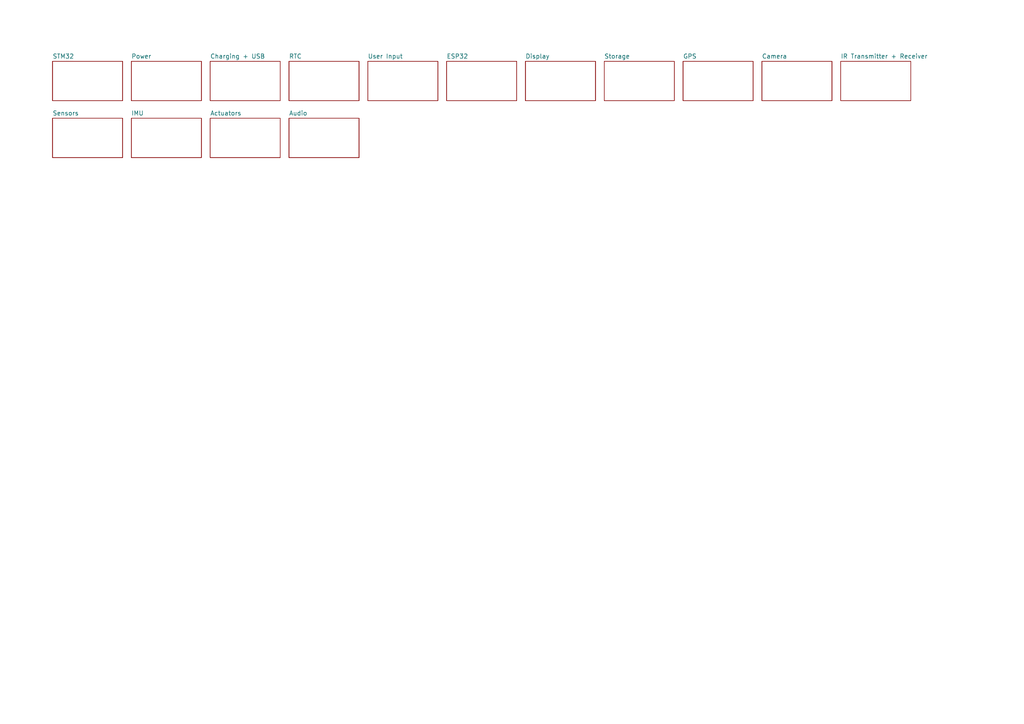
<source format=kicad_sch>
(kicad_sch
	(version 20250114)
	(generator "eeschema")
	(generator_version "9.0")
	(uuid "73c9f4a5-3cf6-4815-8c14-85b6e60114d0")
	(paper "A4")
	(title_block
		(title "HRVSTR")
		(date "2025-07-13")
		(rev "V1.0")
		(company "Smuggr")
	)
	(lib_symbols)
	(sheet
		(at 60.96 34.29)
		(size 20.32 11.43)
		(exclude_from_sim no)
		(in_bom yes)
		(on_board yes)
		(dnp no)
		(fields_autoplaced yes)
		(stroke
			(width 0.1524)
			(type solid)
		)
		(fill
			(color 0 0 0 0.0000)
		)
		(uuid "00bad706-c813-4028-b499-885213d0fa08")
		(property "Sheetname" "Actuators"
			(at 60.96 33.5784 0)
			(effects
				(font
					(size 1.27 1.27)
				)
				(justify left bottom)
			)
		)
		(property "Sheetfile" "actuators.kicad_sch"
			(at 60.96 46.3046 0)
			(effects
				(font
					(size 1.27 1.27)
				)
				(justify left top)
				(hide yes)
			)
		)
		(instances
			(project "SmeggWatch"
				(path "/73c9f4a5-3cf6-4815-8c14-85b6e60114d0"
					(page "15")
				)
			)
		)
	)
	(sheet
		(at 152.4 17.78)
		(size 20.32 11.43)
		(exclude_from_sim no)
		(in_bom yes)
		(on_board yes)
		(dnp no)
		(fields_autoplaced yes)
		(stroke
			(width 0.1524)
			(type solid)
		)
		(fill
			(color 0 0 0 0.0000)
		)
		(uuid "1323b31e-0614-4d11-9833-980eba73bd4a")
		(property "Sheetname" "Display"
			(at 152.4 17.0684 0)
			(effects
				(font
					(size 1.27 1.27)
				)
				(justify left bottom)
			)
		)
		(property "Sheetfile" "display.kicad_sch"
			(at 152.4 29.7946 0)
			(effects
				(font
					(size 1.27 1.27)
				)
				(justify left top)
				(hide yes)
			)
		)
		(instances
			(project "SmeggWatch"
				(path "/73c9f4a5-3cf6-4815-8c14-85b6e60114d0"
					(page "9")
				)
			)
		)
	)
	(sheet
		(at 106.68 17.78)
		(size 20.32 11.43)
		(exclude_from_sim no)
		(in_bom yes)
		(on_board yes)
		(dnp no)
		(fields_autoplaced yes)
		(stroke
			(width 0.1524)
			(type solid)
		)
		(fill
			(color 0 0 0 0.0000)
		)
		(uuid "1503534e-dceb-45cb-b715-adb90b7c9363")
		(property "Sheetname" "User Input"
			(at 106.68 17.0684 0)
			(effects
				(font
					(size 1.27 1.27)
				)
				(justify left bottom)
			)
		)
		(property "Sheetfile" "user_input.kicad_sch"
			(at 106.68 29.7946 0)
			(effects
				(font
					(size 1.27 1.27)
				)
				(justify left top)
				(hide yes)
			)
		)
		(instances
			(project "SmeggWatch"
				(path "/73c9f4a5-3cf6-4815-8c14-85b6e60114d0"
					(page "7")
				)
			)
		)
	)
	(sheet
		(at 83.82 34.29)
		(size 20.32 11.43)
		(exclude_from_sim no)
		(in_bom yes)
		(on_board yes)
		(dnp no)
		(fields_autoplaced yes)
		(stroke
			(width 0.1524)
			(type solid)
		)
		(fill
			(color 0 0 0 0.0000)
		)
		(uuid "2de015d2-b506-4dbf-8295-242f93d55e27")
		(property "Sheetname" "Audio"
			(at 83.82 33.5784 0)
			(effects
				(font
					(size 1.27 1.27)
				)
				(justify left bottom)
			)
		)
		(property "Sheetfile" "audio.kicad_sch"
			(at 83.82 46.3046 0)
			(effects
				(font
					(size 1.27 1.27)
				)
				(justify left top)
				(hide yes)
			)
		)
		(instances
			(project "SmeggWatch"
				(path "/73c9f4a5-3cf6-4815-8c14-85b6e60114d0"
					(page "16")
				)
			)
		)
	)
	(sheet
		(at 175.26 17.78)
		(size 20.32 11.43)
		(exclude_from_sim no)
		(in_bom yes)
		(on_board yes)
		(dnp no)
		(fields_autoplaced yes)
		(stroke
			(width 0.1524)
			(type solid)
		)
		(fill
			(color 0 0 0 0.0000)
		)
		(uuid "2e49a55b-4cbc-413b-b1f4-f7d6e74503f9")
		(property "Sheetname" "Storage"
			(at 175.26 17.0684 0)
			(effects
				(font
					(size 1.27 1.27)
				)
				(justify left bottom)
			)
		)
		(property "Sheetfile" "storage.kicad_sch"
			(at 175.26 29.7946 0)
			(effects
				(font
					(size 1.27 1.27)
				)
				(justify left top)
				(hide yes)
			)
		)
		(instances
			(project "SmeggWatch"
				(path "/73c9f4a5-3cf6-4815-8c14-85b6e60114d0"
					(page "10")
				)
			)
		)
	)
	(sheet
		(at 60.96 17.78)
		(size 20.32 11.43)
		(exclude_from_sim no)
		(in_bom yes)
		(on_board yes)
		(dnp no)
		(fields_autoplaced yes)
		(stroke
			(width 0.1524)
			(type solid)
		)
		(fill
			(color 0 0 0 0.0000)
		)
		(uuid "41c1ce79-34b3-4c40-bc71-5a661f065934")
		(property "Sheetname" "Charging + USB"
			(at 60.96 17.0684 0)
			(effects
				(font
					(size 1.27 1.27)
				)
				(justify left bottom)
			)
		)
		(property "Sheetfile" "charging_usb.kicad_sch"
			(at 60.96 29.7946 0)
			(effects
				(font
					(size 1.27 1.27)
				)
				(justify left top)
				(hide yes)
			)
		)
		(instances
			(project "SmeggWatch"
				(path "/73c9f4a5-3cf6-4815-8c14-85b6e60114d0"
					(page "5")
				)
			)
		)
	)
	(sheet
		(at 15.24 17.78)
		(size 20.32 11.43)
		(exclude_from_sim no)
		(in_bom yes)
		(on_board yes)
		(dnp no)
		(fields_autoplaced yes)
		(stroke
			(width 0.1524)
			(type solid)
		)
		(fill
			(color 0 0 0 0.0000)
		)
		(uuid "62564d92-ea76-478e-97cb-f988e5ce1894")
		(property "Sheetname" "STM32"
			(at 15.24 17.0684 0)
			(effects
				(font
					(size 1.27 1.27)
				)
				(justify left bottom)
			)
		)
		(property "Sheetfile" "stm32.kicad_sch"
			(at 15.24 29.7946 0)
			(effects
				(font
					(size 1.27 1.27)
				)
				(justify left top)
				(hide yes)
			)
		)
		(instances
			(project "SmeggWatch"
				(path "/73c9f4a5-3cf6-4815-8c14-85b6e60114d0"
					(page "2")
				)
			)
		)
	)
	(sheet
		(at 129.54 17.78)
		(size 20.32 11.43)
		(exclude_from_sim no)
		(in_bom yes)
		(on_board yes)
		(dnp no)
		(fields_autoplaced yes)
		(stroke
			(width 0.1524)
			(type solid)
		)
		(fill
			(color 0 0 0 0.0000)
		)
		(uuid "703f6ae9-fb00-46dc-92b1-076c57c20494")
		(property "Sheetname" "ESP32"
			(at 129.54 17.0684 0)
			(effects
				(font
					(size 1.27 1.27)
				)
				(justify left bottom)
			)
		)
		(property "Sheetfile" "esp32.kicad_sch"
			(at 129.54 29.7946 0)
			(effects
				(font
					(size 1.27 1.27)
				)
				(justify left top)
				(hide yes)
			)
		)
		(instances
			(project "SmeggWatch"
				(path "/73c9f4a5-3cf6-4815-8c14-85b6e60114d0"
					(page "8")
				)
			)
		)
	)
	(sheet
		(at 38.1 34.29)
		(size 20.32 11.43)
		(exclude_from_sim no)
		(in_bom yes)
		(on_board yes)
		(dnp no)
		(fields_autoplaced yes)
		(stroke
			(width 0.1524)
			(type solid)
		)
		(fill
			(color 0 0 0 0.0000)
		)
		(uuid "71536072-e03a-47a0-9ce1-28d7b03d01fb")
		(property "Sheetname" "IMU"
			(at 38.1 33.5784 0)
			(effects
				(font
					(size 1.27 1.27)
				)
				(justify left bottom)
			)
		)
		(property "Sheetfile" "imu.kicad_sch"
			(at 38.1 46.3046 0)
			(effects
				(font
					(size 1.27 1.27)
				)
				(justify left top)
				(hide yes)
			)
		)
		(instances
			(project "SmeggWatch"
				(path "/73c9f4a5-3cf6-4815-8c14-85b6e60114d0"
					(page "14")
				)
			)
		)
	)
	(sheet
		(at 220.98 17.78)
		(size 20.32 11.43)
		(exclude_from_sim no)
		(in_bom yes)
		(on_board yes)
		(dnp no)
		(fields_autoplaced yes)
		(stroke
			(width 0.1524)
			(type solid)
		)
		(fill
			(color 0 0 0 0.0000)
		)
		(uuid "85e60be1-6eb0-4651-ae6a-fddf0f585ab9")
		(property "Sheetname" "Camera"
			(at 220.98 17.0684 0)
			(effects
				(font
					(size 1.27 1.27)
				)
				(justify left bottom)
			)
		)
		(property "Sheetfile" "camera.kicad_sch"
			(at 220.98 29.7946 0)
			(effects
				(font
					(size 1.27 1.27)
				)
				(justify left top)
				(hide yes)
			)
		)
		(instances
			(project "SmeggWatch"
				(path "/73c9f4a5-3cf6-4815-8c14-85b6e60114d0"
					(page "12")
				)
			)
		)
	)
	(sheet
		(at 83.82 17.78)
		(size 20.32 11.43)
		(exclude_from_sim no)
		(in_bom yes)
		(on_board yes)
		(dnp no)
		(fields_autoplaced yes)
		(stroke
			(width 0.1524)
			(type solid)
		)
		(fill
			(color 0 0 0 0.0000)
		)
		(uuid "8dfde9ef-49b7-4018-8abe-fb5ef48b4510")
		(property "Sheetname" "RTC"
			(at 83.82 17.0684 0)
			(effects
				(font
					(size 1.27 1.27)
				)
				(justify left bottom)
			)
		)
		(property "Sheetfile" "rtc.kicad_sch"
			(at 83.82 29.7946 0)
			(effects
				(font
					(size 1.27 1.27)
				)
				(justify left top)
				(hide yes)
			)
		)
		(instances
			(project "SmeggWatch"
				(path "/73c9f4a5-3cf6-4815-8c14-85b6e60114d0"
					(page "6")
				)
			)
		)
	)
	(sheet
		(at 38.1 17.78)
		(size 20.32 11.43)
		(exclude_from_sim no)
		(in_bom yes)
		(on_board yes)
		(dnp no)
		(fields_autoplaced yes)
		(stroke
			(width 0.1524)
			(type solid)
		)
		(fill
			(color 0 0 0 0.0000)
		)
		(uuid "ad5ef43a-30d1-40a1-87cb-35386d34c23a")
		(property "Sheetname" "Power"
			(at 38.1 17.0684 0)
			(effects
				(font
					(size 1.27 1.27)
				)
				(justify left bottom)
			)
		)
		(property "Sheetfile" "power.kicad_sch"
			(at 38.1 29.7946 0)
			(effects
				(font
					(size 1.27 1.27)
				)
				(justify left top)
				(hide yes)
			)
		)
		(instances
			(project "SmeggWatch"
				(path "/73c9f4a5-3cf6-4815-8c14-85b6e60114d0"
					(page "4")
				)
			)
		)
	)
	(sheet
		(at 198.12 17.78)
		(size 20.32 11.43)
		(exclude_from_sim no)
		(in_bom yes)
		(on_board yes)
		(dnp no)
		(fields_autoplaced yes)
		(stroke
			(width 0.1524)
			(type solid)
		)
		(fill
			(color 0 0 0 0.0000)
		)
		(uuid "c85578f1-d8e1-4843-b44f-4c8dd8297c1a")
		(property "Sheetname" "GPS"
			(at 198.12 17.0684 0)
			(effects
				(font
					(size 1.27 1.27)
				)
				(justify left bottom)
			)
		)
		(property "Sheetfile" "gps.kicad_sch"
			(at 198.12 29.7946 0)
			(effects
				(font
					(size 1.27 1.27)
				)
				(justify left top)
				(hide yes)
			)
		)
		(instances
			(project "SmeggWatch"
				(path "/73c9f4a5-3cf6-4815-8c14-85b6e60114d0"
					(page "11")
				)
			)
		)
	)
	(sheet
		(at 15.24 34.29)
		(size 20.32 11.43)
		(exclude_from_sim no)
		(in_bom yes)
		(on_board yes)
		(dnp no)
		(fields_autoplaced yes)
		(stroke
			(width 0.1524)
			(type solid)
		)
		(fill
			(color 0 0 0 0.0000)
		)
		(uuid "e2897056-29eb-4e4e-b6a1-6ab980da6020")
		(property "Sheetname" "Sensors"
			(at 15.24 33.5784 0)
			(effects
				(font
					(size 1.27 1.27)
				)
				(justify left bottom)
			)
		)
		(property "Sheetfile" "sensors.kicad_sch"
			(at 15.24 46.3046 0)
			(effects
				(font
					(size 1.27 1.27)
				)
				(justify left top)
				(hide yes)
			)
		)
		(instances
			(project "SmeggWatch"
				(path "/73c9f4a5-3cf6-4815-8c14-85b6e60114d0"
					(page "13")
				)
			)
		)
	)
	(sheet
		(at 243.84 17.78)
		(size 20.32 11.43)
		(exclude_from_sim no)
		(in_bom yes)
		(on_board yes)
		(dnp no)
		(fields_autoplaced yes)
		(stroke
			(width 0.1524)
			(type solid)
		)
		(fill
			(color 0 0 0 0.0000)
		)
		(uuid "e48ce309-b484-4c7e-b66c-dac93e6a6efe")
		(property "Sheetname" "IR Transmitter + Receiver"
			(at 243.84 17.0684 0)
			(effects
				(font
					(size 1.27 1.27)
				)
				(justify left bottom)
			)
		)
		(property "Sheetfile" "ir_transmitter_receiver.kicad_sch"
			(at 243.84 29.7946 0)
			(effects
				(font
					(size 1.27 1.27)
				)
				(justify left top)
				(hide yes)
			)
		)
		(instances
			(project "SmeggWatch"
				(path "/73c9f4a5-3cf6-4815-8c14-85b6e60114d0"
					(page "17")
				)
			)
		)
	)
	(sheet_instances
		(path "/"
			(page "1")
		)
	)
	(embedded_fonts no)
)

</source>
